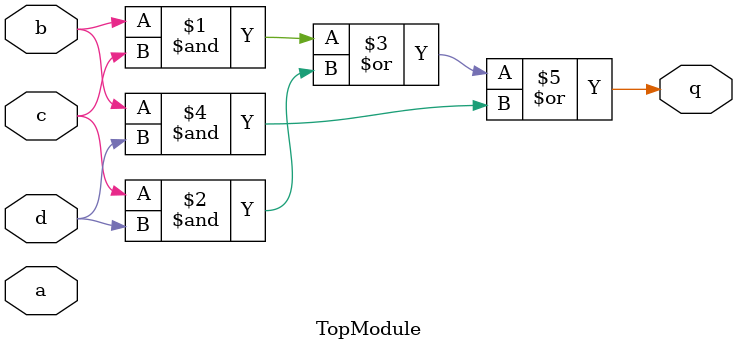
<source format=sv>
module TopModule (
    input logic a, // Single-bit input, unsigned
    input logic b, // Single-bit input, unsigned
    input logic c, // Single-bit input, unsigned
    input logic d, // Single-bit input, unsigned
    output logic q // Single-bit output, unsigned
);

    // Combinational logic to determine the output q
    assign q = (b & c) | (c & d) | (b & d);

endmodule
</source>
